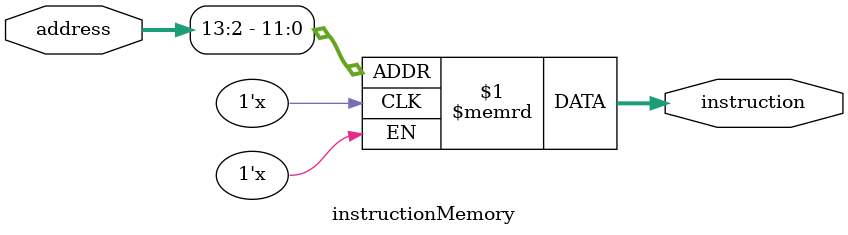
<source format=v>
module instructionMemory(instruction,address);
output [31:0] instruction;
input [13:0] address;

reg [31:0] instructions [255:0];

assign instruction = instructions[address[13:2]];

endmodule

</source>
